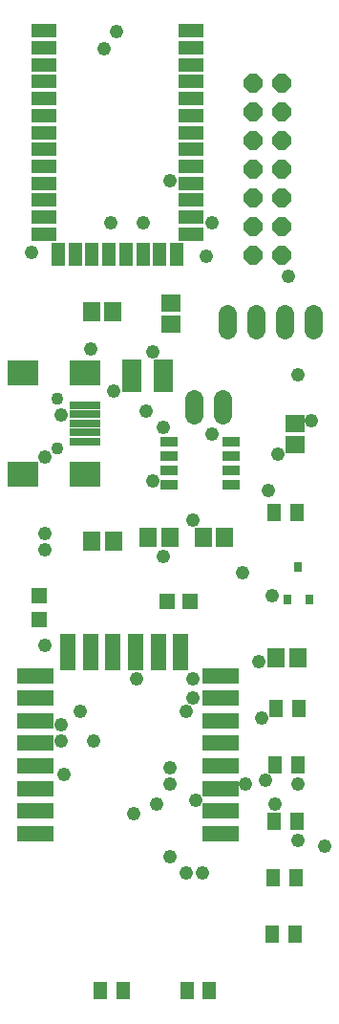
<source format=gts>
G75*
%MOIN*%
%OFA0B0*%
%FSLAX25Y25*%
%IPPOS*%
%LPD*%
%AMOC8*
5,1,8,0,0,1.08239X$1,22.5*
%
%ADD10R,0.06706X0.05918*%
%ADD11R,0.05918X0.07099*%
%ADD12R,0.05918X0.06706*%
%ADD13R,0.10643X0.02769*%
%ADD14R,0.10643X0.08674*%
%ADD15C,0.04343*%
%ADD16OC8,0.06400*%
%ADD17C,0.06400*%
%ADD18R,0.05524X0.05524*%
%ADD19R,0.07099X0.11430*%
%ADD20R,0.05131X0.06312*%
%ADD21R,0.12611X0.05524*%
%ADD22R,0.05524X0.12611*%
%ADD23R,0.08674X0.04737*%
%ADD24R,0.04737X0.07887*%
%ADD25R,0.02769X0.03556*%
%ADD26R,0.05918X0.03556*%
%ADD27C,0.04800*%
D10*
X0064235Y0248257D03*
X0064235Y0255737D03*
X0107542Y0213808D03*
X0107542Y0206328D03*
D11*
X0108762Y0131879D03*
X0100888Y0131879D03*
X0083093Y0173926D03*
X0075613Y0173926D03*
X0063920Y0173926D03*
X0056439Y0173926D03*
X0044195Y0172627D03*
X0036715Y0172627D03*
D12*
X0036557Y0252666D03*
X0044038Y0252666D03*
D13*
X0034471Y0220028D03*
X0034471Y0216879D03*
X0034471Y0213729D03*
X0034471Y0210580D03*
X0034471Y0207430D03*
D14*
X0034471Y0196013D03*
X0034471Y0231446D03*
X0012817Y0231446D03*
X0012817Y0196013D03*
D15*
X0024628Y0205068D03*
X0024628Y0222391D03*
D16*
X0093172Y0272430D03*
X0093172Y0282430D03*
X0093172Y0292430D03*
X0093172Y0302430D03*
X0093172Y0312430D03*
X0093172Y0322430D03*
X0093172Y0332430D03*
X0103172Y0332430D03*
X0103172Y0322430D03*
X0103172Y0312430D03*
X0103172Y0302430D03*
X0103172Y0292430D03*
X0103172Y0282430D03*
X0103172Y0272430D03*
D17*
X0104038Y0251962D02*
X0104038Y0246362D01*
X0114038Y0246362D02*
X0114038Y0251962D01*
X0094038Y0251962D02*
X0094038Y0246362D01*
X0084038Y0246362D02*
X0084038Y0251962D01*
X0082345Y0222395D02*
X0082345Y0216795D01*
X0072345Y0216795D02*
X0072345Y0222395D01*
D18*
X0071124Y0151643D03*
X0062857Y0151643D03*
X0018487Y0153729D03*
X0018487Y0145461D03*
D19*
X0050691Y0230186D03*
X0061715Y0230186D03*
D20*
X0100494Y0182745D03*
X0108369Y0182745D03*
X0108920Y0114438D03*
X0108605Y0094753D03*
X0108290Y0075068D03*
X0107975Y0055383D03*
X0107660Y0035698D03*
X0099786Y0035698D03*
X0100101Y0055383D03*
X0100416Y0075068D03*
X0100731Y0094753D03*
X0101046Y0114438D03*
X0077739Y0016013D03*
X0069865Y0016013D03*
X0047620Y0016013D03*
X0039746Y0016013D03*
D21*
X0016951Y0070698D03*
X0016951Y0078572D03*
X0016951Y0086446D03*
X0016951Y0094320D03*
X0016951Y0102194D03*
X0016951Y0110068D03*
X0016951Y0117942D03*
X0016951Y0125816D03*
X0081518Y0125816D03*
X0081518Y0117942D03*
X0081518Y0110068D03*
X0081518Y0102194D03*
X0081518Y0094320D03*
X0081518Y0086446D03*
X0081518Y0078572D03*
X0081518Y0070698D03*
D22*
X0067739Y0134083D03*
X0059865Y0134083D03*
X0051991Y0134083D03*
X0044117Y0134083D03*
X0036243Y0134083D03*
X0028369Y0134083D03*
D23*
X0020061Y0279713D03*
X0020061Y0285619D03*
X0020061Y0291524D03*
X0020061Y0297430D03*
X0020061Y0303335D03*
X0020061Y0309241D03*
X0020061Y0315146D03*
X0020061Y0321052D03*
X0020061Y0326957D03*
X0020061Y0332863D03*
X0020061Y0338769D03*
X0020061Y0344674D03*
X0020061Y0350580D03*
X0071243Y0350580D03*
X0071243Y0344674D03*
X0071243Y0338769D03*
X0071243Y0332863D03*
X0071243Y0326957D03*
X0071243Y0321052D03*
X0071243Y0315146D03*
X0071243Y0309241D03*
X0071243Y0303335D03*
X0071243Y0297430D03*
X0071243Y0291524D03*
X0071243Y0285619D03*
X0071243Y0279713D03*
D24*
X0066321Y0272824D03*
X0060416Y0272824D03*
X0054510Y0272824D03*
X0048605Y0272824D03*
X0042699Y0272824D03*
X0036794Y0272824D03*
X0030888Y0272824D03*
X0024983Y0272824D03*
D25*
X0105061Y0152489D03*
X0108802Y0163729D03*
X0112542Y0152489D03*
D26*
X0085219Y0192253D03*
X0085219Y0197253D03*
X0085219Y0202253D03*
X0085219Y0207253D03*
X0063565Y0207253D03*
X0063565Y0202253D03*
X0063565Y0197253D03*
X0063565Y0192253D03*
D27*
X0058127Y0193850D03*
X0061577Y0212250D03*
X0055827Y0218000D03*
X0058127Y0238700D03*
X0044327Y0224900D03*
X0036277Y0239850D03*
X0025927Y0216850D03*
X0020177Y0201900D03*
X0020177Y0175450D03*
X0020177Y0169700D03*
X0020177Y0136350D03*
X0025927Y0108750D03*
X0025927Y0103000D03*
X0027077Y0091500D03*
X0032827Y0113350D03*
X0037427Y0103000D03*
X0051227Y0077700D03*
X0059277Y0081150D03*
X0063877Y0088050D03*
X0063877Y0093800D03*
X0069627Y0113350D03*
X0071927Y0117950D03*
X0071927Y0124850D03*
X0073077Y0082300D03*
X0075377Y0057000D03*
X0069627Y0057000D03*
X0063877Y0062750D03*
X0052377Y0124850D03*
X0061577Y0167400D03*
X0071927Y0180050D03*
X0078827Y0209950D03*
X0089177Y0161650D03*
X0098377Y0190400D03*
X0101827Y0203050D03*
X0108727Y0230650D03*
X0113327Y0214550D03*
X0105277Y0265150D03*
X0078827Y0283550D03*
X0076527Y0272050D03*
X0063877Y0298500D03*
X0054677Y0283550D03*
X0043177Y0283550D03*
X0040877Y0344500D03*
X0045477Y0350250D03*
X0015577Y0273200D03*
X0090327Y0088050D03*
X0096077Y0111050D03*
X0094927Y0130600D03*
X0099527Y0153600D03*
X0097227Y0089200D03*
X0100677Y0081150D03*
X0108727Y0088050D03*
X0108727Y0068500D03*
X0117927Y0066200D03*
M02*

</source>
